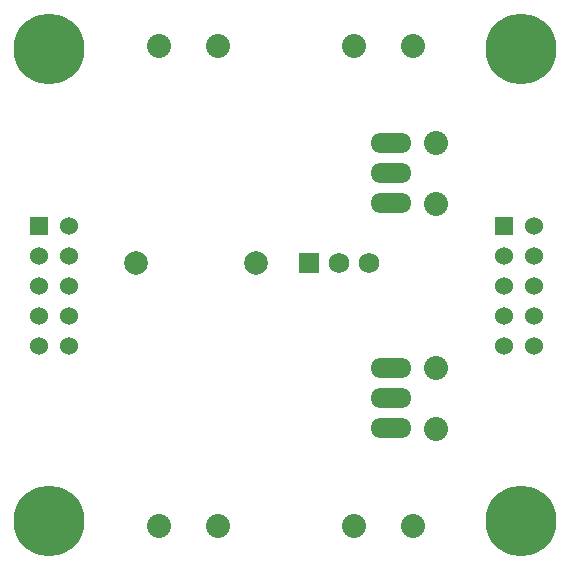
<source format=gbs>
%FSLAX36Y36*%
G04 Gerber Fmt 3.6, Leading zero omitted, Abs format (unit inch)*
G04 Created by KiCad (PCBNEW (2014-jul-16 BZR unknown)-product) date Sun 02 Nov 2014 10:36:42 PM PST*
%MOIN*%
G01*
G04 APERTURE LIST*
%ADD10C,0.003937*%
%ADD11R,0.068000X0.068000*%
%ADD12C,0.068000*%
%ADD13R,0.060000X0.060000*%
%ADD14C,0.060000*%
%ADD15C,0.080000*%
%ADD16O,0.137800X0.066900*%
%ADD17C,0.078700*%
%ADD18C,0.236220*%
G04 APERTURE END LIST*
D10*
D11*
X5000000Y-4850000D03*
D12*
X5100000Y-4850000D03*
X5200000Y-4850000D03*
D13*
X4100000Y-4725000D03*
D14*
X4200000Y-4725000D03*
X4100000Y-4825000D03*
X4200000Y-4825000D03*
X4100000Y-4925000D03*
X4200000Y-4925000D03*
X4100000Y-5025000D03*
X4200000Y-5025000D03*
X4100000Y-5125000D03*
X4200000Y-5125000D03*
D15*
X4698425Y-5725000D03*
X4501575Y-5725000D03*
X5348425Y-5725000D03*
X5151575Y-5725000D03*
X4501575Y-4125000D03*
X4698425Y-4125000D03*
X5151575Y-4125000D03*
X5348425Y-4125000D03*
D13*
X5650000Y-4725000D03*
D14*
X5750000Y-4725000D03*
X5650000Y-4825000D03*
X5750000Y-4825000D03*
X5650000Y-4925000D03*
X5750000Y-4925000D03*
X5650000Y-5025000D03*
X5750000Y-5025000D03*
X5650000Y-5125000D03*
X5750000Y-5125000D03*
D16*
X5275000Y-5300000D03*
X5275000Y-5400000D03*
X5275000Y-5200000D03*
X5275000Y-4550000D03*
X5275000Y-4650000D03*
X5275000Y-4450000D03*
D17*
X4825000Y-4850000D03*
X4425000Y-4850000D03*
D15*
X5425000Y-5199500D03*
X5425000Y-5400500D03*
X5425000Y-4449500D03*
X5425000Y-4650500D03*
D18*
X5708661Y-5708661D03*
X4133858Y-5708661D03*
X5708661Y-4133858D03*
X4133858Y-4133858D03*
M02*

</source>
